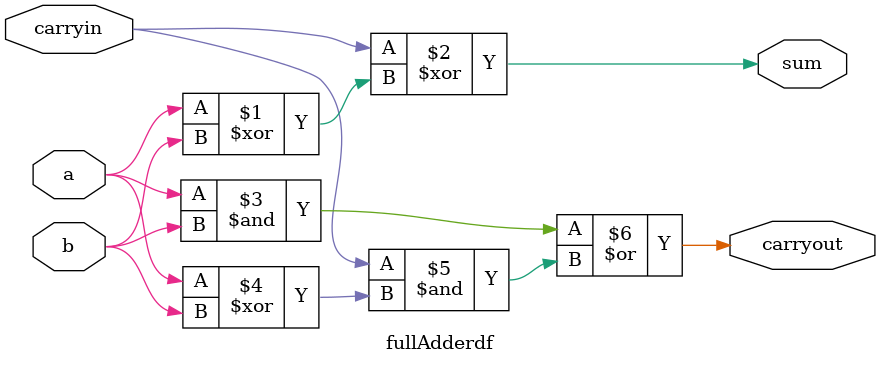
<source format=v>
module fullAdderdf(input a, b, carryin,output sum, carryout);
	assign sum = carryin^(a^b);
	assign carryout = (a&b) | carryin&(a^b);
endmodule
</source>
